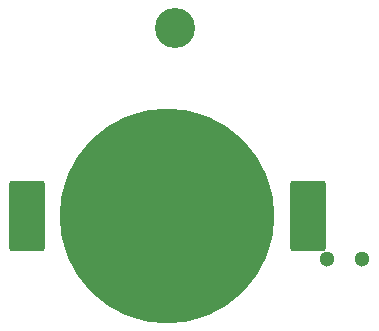
<source format=gbr>
%TF.GenerationSoftware,KiCad,Pcbnew,(5.99.0-9526-g5c17ff0595)*%
%TF.CreationDate,2021-09-22T22:50:55-05:00*%
%TF.ProjectId,SecDSM_Learn,53656344-534d-45f4-9c65-61726e2e6b69,rev?*%
%TF.SameCoordinates,Original*%
%TF.FileFunction,Soldermask,Bot*%
%TF.FilePolarity,Negative*%
%FSLAX46Y46*%
G04 Gerber Fmt 4.6, Leading zero omitted, Abs format (unit mm)*
G04 Created by KiCad (PCBNEW (5.99.0-9526-g5c17ff0595)) date 2021-09-22 22:50:55*
%MOMM*%
%LPD*%
G01*
G04 APERTURE LIST*
G04 Aperture macros list*
%AMRoundRect*
0 Rectangle with rounded corners*
0 $1 Rounding radius*
0 $2 $3 $4 $5 $6 $7 $8 $9 X,Y pos of 4 corners*
0 Add a 4 corners polygon primitive as box body*
4,1,4,$2,$3,$4,$5,$6,$7,$8,$9,$2,$3,0*
0 Add four circle primitives for the rounded corners*
1,1,$1+$1,$2,$3*
1,1,$1+$1,$4,$5*
1,1,$1+$1,$6,$7*
1,1,$1+$1,$8,$9*
0 Add four rect primitives between the rounded corners*
20,1,$1+$1,$2,$3,$4,$5,0*
20,1,$1+$1,$4,$5,$6,$7,0*
20,1,$1+$1,$6,$7,$8,$9,0*
20,1,$1+$1,$8,$9,$2,$3,0*%
G04 Aperture macros list end*
%ADD10C,3.400000*%
%ADD11C,1.300000*%
%ADD12RoundRect,0.200000X1.300000X2.780000X-1.300000X2.780000X-1.300000X-2.780000X1.300000X-2.780000X0*%
%ADD13C,18.200000*%
G04 APERTURE END LIST*
D10*
%TO.C,REF\u002A\u002A*%
X141550000Y-80625000D03*
%TD*%
D11*
%TO.C,SW1*%
X157400000Y-100200000D03*
X154400000Y-100200000D03*
%TD*%
D12*
%TO.C,BT1*%
X152805000Y-96500000D03*
X128995000Y-96500000D03*
D13*
X140900000Y-96500000D03*
%TD*%
M02*

</source>
